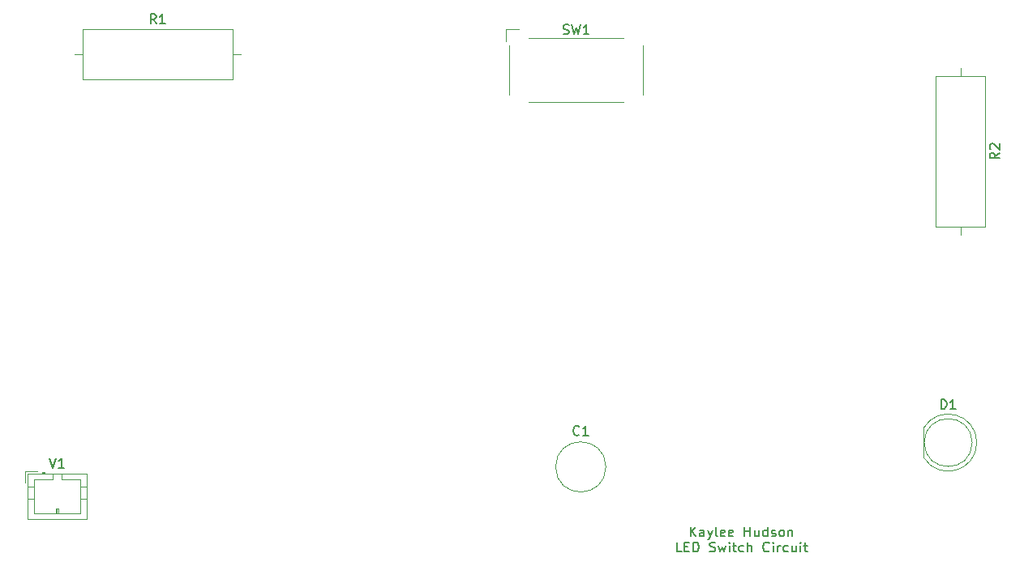
<source format=gbr>
%TF.GenerationSoftware,KiCad,Pcbnew,(6.0.10-0)*%
%TF.CreationDate,2023-02-17T09:12:44-08:00*%
%TF.ProjectId,exercise1_pcb,65786572-6369-4736-9531-5f7063622e6b,rev?*%
%TF.SameCoordinates,Original*%
%TF.FileFunction,Legend,Top*%
%TF.FilePolarity,Positive*%
%FSLAX46Y46*%
G04 Gerber Fmt 4.6, Leading zero omitted, Abs format (unit mm)*
G04 Created by KiCad (PCBNEW (6.0.10-0)) date 2023-02-17 09:12:44*
%MOMM*%
%LPD*%
G01*
G04 APERTURE LIST*
%ADD10C,0.150000*%
%ADD11C,0.120000*%
G04 APERTURE END LIST*
D10*
X159766666Y-93627380D02*
X159766666Y-92627380D01*
X160338095Y-93627380D02*
X159909523Y-93055952D01*
X160338095Y-92627380D02*
X159766666Y-93198809D01*
X161195238Y-93627380D02*
X161195238Y-93103571D01*
X161147619Y-93008333D01*
X161052380Y-92960714D01*
X160861904Y-92960714D01*
X160766666Y-93008333D01*
X161195238Y-93579761D02*
X161100000Y-93627380D01*
X160861904Y-93627380D01*
X160766666Y-93579761D01*
X160719047Y-93484523D01*
X160719047Y-93389285D01*
X160766666Y-93294047D01*
X160861904Y-93246428D01*
X161100000Y-93246428D01*
X161195238Y-93198809D01*
X161576190Y-92960714D02*
X161814285Y-93627380D01*
X162052380Y-92960714D02*
X161814285Y-93627380D01*
X161719047Y-93865476D01*
X161671428Y-93913095D01*
X161576190Y-93960714D01*
X162576190Y-93627380D02*
X162480952Y-93579761D01*
X162433333Y-93484523D01*
X162433333Y-92627380D01*
X163338095Y-93579761D02*
X163242857Y-93627380D01*
X163052380Y-93627380D01*
X162957142Y-93579761D01*
X162909523Y-93484523D01*
X162909523Y-93103571D01*
X162957142Y-93008333D01*
X163052380Y-92960714D01*
X163242857Y-92960714D01*
X163338095Y-93008333D01*
X163385714Y-93103571D01*
X163385714Y-93198809D01*
X162909523Y-93294047D01*
X164195238Y-93579761D02*
X164100000Y-93627380D01*
X163909523Y-93627380D01*
X163814285Y-93579761D01*
X163766666Y-93484523D01*
X163766666Y-93103571D01*
X163814285Y-93008333D01*
X163909523Y-92960714D01*
X164100000Y-92960714D01*
X164195238Y-93008333D01*
X164242857Y-93103571D01*
X164242857Y-93198809D01*
X163766666Y-93294047D01*
X165433333Y-93627380D02*
X165433333Y-92627380D01*
X165433333Y-93103571D02*
X166004761Y-93103571D01*
X166004761Y-93627380D02*
X166004761Y-92627380D01*
X166909523Y-92960714D02*
X166909523Y-93627380D01*
X166480952Y-92960714D02*
X166480952Y-93484523D01*
X166528571Y-93579761D01*
X166623809Y-93627380D01*
X166766666Y-93627380D01*
X166861904Y-93579761D01*
X166909523Y-93532142D01*
X167814285Y-93627380D02*
X167814285Y-92627380D01*
X167814285Y-93579761D02*
X167719047Y-93627380D01*
X167528571Y-93627380D01*
X167433333Y-93579761D01*
X167385714Y-93532142D01*
X167338095Y-93436904D01*
X167338095Y-93151190D01*
X167385714Y-93055952D01*
X167433333Y-93008333D01*
X167528571Y-92960714D01*
X167719047Y-92960714D01*
X167814285Y-93008333D01*
X168242857Y-93579761D02*
X168338095Y-93627380D01*
X168528571Y-93627380D01*
X168623809Y-93579761D01*
X168671428Y-93484523D01*
X168671428Y-93436904D01*
X168623809Y-93341666D01*
X168528571Y-93294047D01*
X168385714Y-93294047D01*
X168290476Y-93246428D01*
X168242857Y-93151190D01*
X168242857Y-93103571D01*
X168290476Y-93008333D01*
X168385714Y-92960714D01*
X168528571Y-92960714D01*
X168623809Y-93008333D01*
X169242857Y-93627380D02*
X169147619Y-93579761D01*
X169100000Y-93532142D01*
X169052380Y-93436904D01*
X169052380Y-93151190D01*
X169100000Y-93055952D01*
X169147619Y-93008333D01*
X169242857Y-92960714D01*
X169385714Y-92960714D01*
X169480952Y-93008333D01*
X169528571Y-93055952D01*
X169576190Y-93151190D01*
X169576190Y-93436904D01*
X169528571Y-93532142D01*
X169480952Y-93579761D01*
X169385714Y-93627380D01*
X169242857Y-93627380D01*
X170004761Y-92960714D02*
X170004761Y-93627380D01*
X170004761Y-93055952D02*
X170052380Y-93008333D01*
X170147619Y-92960714D01*
X170290476Y-92960714D01*
X170385714Y-93008333D01*
X170433333Y-93103571D01*
X170433333Y-93627380D01*
X158838095Y-95237380D02*
X158361904Y-95237380D01*
X158361904Y-94237380D01*
X159171428Y-94713571D02*
X159504761Y-94713571D01*
X159647619Y-95237380D02*
X159171428Y-95237380D01*
X159171428Y-94237380D01*
X159647619Y-94237380D01*
X160076190Y-95237380D02*
X160076190Y-94237380D01*
X160314285Y-94237380D01*
X160457142Y-94285000D01*
X160552380Y-94380238D01*
X160600000Y-94475476D01*
X160647619Y-94665952D01*
X160647619Y-94808809D01*
X160600000Y-94999285D01*
X160552380Y-95094523D01*
X160457142Y-95189761D01*
X160314285Y-95237380D01*
X160076190Y-95237380D01*
X161790476Y-95189761D02*
X161933333Y-95237380D01*
X162171428Y-95237380D01*
X162266666Y-95189761D01*
X162314285Y-95142142D01*
X162361904Y-95046904D01*
X162361904Y-94951666D01*
X162314285Y-94856428D01*
X162266666Y-94808809D01*
X162171428Y-94761190D01*
X161980952Y-94713571D01*
X161885714Y-94665952D01*
X161838095Y-94618333D01*
X161790476Y-94523095D01*
X161790476Y-94427857D01*
X161838095Y-94332619D01*
X161885714Y-94285000D01*
X161980952Y-94237380D01*
X162219047Y-94237380D01*
X162361904Y-94285000D01*
X162695238Y-94570714D02*
X162885714Y-95237380D01*
X163076190Y-94761190D01*
X163266666Y-95237380D01*
X163457142Y-94570714D01*
X163838095Y-95237380D02*
X163838095Y-94570714D01*
X163838095Y-94237380D02*
X163790476Y-94285000D01*
X163838095Y-94332619D01*
X163885714Y-94285000D01*
X163838095Y-94237380D01*
X163838095Y-94332619D01*
X164171428Y-94570714D02*
X164552380Y-94570714D01*
X164314285Y-94237380D02*
X164314285Y-95094523D01*
X164361904Y-95189761D01*
X164457142Y-95237380D01*
X164552380Y-95237380D01*
X165314285Y-95189761D02*
X165219047Y-95237380D01*
X165028571Y-95237380D01*
X164933333Y-95189761D01*
X164885714Y-95142142D01*
X164838095Y-95046904D01*
X164838095Y-94761190D01*
X164885714Y-94665952D01*
X164933333Y-94618333D01*
X165028571Y-94570714D01*
X165219047Y-94570714D01*
X165314285Y-94618333D01*
X165742857Y-95237380D02*
X165742857Y-94237380D01*
X166171428Y-95237380D02*
X166171428Y-94713571D01*
X166123809Y-94618333D01*
X166028571Y-94570714D01*
X165885714Y-94570714D01*
X165790476Y-94618333D01*
X165742857Y-94665952D01*
X167980952Y-95142142D02*
X167933333Y-95189761D01*
X167790476Y-95237380D01*
X167695238Y-95237380D01*
X167552380Y-95189761D01*
X167457142Y-95094523D01*
X167409523Y-94999285D01*
X167361904Y-94808809D01*
X167361904Y-94665952D01*
X167409523Y-94475476D01*
X167457142Y-94380238D01*
X167552380Y-94285000D01*
X167695238Y-94237380D01*
X167790476Y-94237380D01*
X167933333Y-94285000D01*
X167980952Y-94332619D01*
X168409523Y-95237380D02*
X168409523Y-94570714D01*
X168409523Y-94237380D02*
X168361904Y-94285000D01*
X168409523Y-94332619D01*
X168457142Y-94285000D01*
X168409523Y-94237380D01*
X168409523Y-94332619D01*
X168885714Y-95237380D02*
X168885714Y-94570714D01*
X168885714Y-94761190D02*
X168933333Y-94665952D01*
X168980952Y-94618333D01*
X169076190Y-94570714D01*
X169171428Y-94570714D01*
X169933333Y-95189761D02*
X169838095Y-95237380D01*
X169647619Y-95237380D01*
X169552380Y-95189761D01*
X169504761Y-95142142D01*
X169457142Y-95046904D01*
X169457142Y-94761190D01*
X169504761Y-94665952D01*
X169552380Y-94618333D01*
X169647619Y-94570714D01*
X169838095Y-94570714D01*
X169933333Y-94618333D01*
X170790476Y-94570714D02*
X170790476Y-95237380D01*
X170361904Y-94570714D02*
X170361904Y-95094523D01*
X170409523Y-95189761D01*
X170504761Y-95237380D01*
X170647619Y-95237380D01*
X170742857Y-95189761D01*
X170790476Y-95142142D01*
X171266666Y-95237380D02*
X171266666Y-94570714D01*
X171266666Y-94237380D02*
X171219047Y-94285000D01*
X171266666Y-94332619D01*
X171314285Y-94285000D01*
X171266666Y-94237380D01*
X171266666Y-94332619D01*
X171600000Y-94570714D02*
X171980952Y-94570714D01*
X171742857Y-94237380D02*
X171742857Y-95094523D01*
X171790476Y-95189761D01*
X171885714Y-95237380D01*
X171980952Y-95237380D01*
%TO.C,R2*%
X192032380Y-53506666D02*
X191556190Y-53840000D01*
X192032380Y-54078095D02*
X191032380Y-54078095D01*
X191032380Y-53697142D01*
X191080000Y-53601904D01*
X191127619Y-53554285D01*
X191222857Y-53506666D01*
X191365714Y-53506666D01*
X191460952Y-53554285D01*
X191508571Y-53601904D01*
X191556190Y-53697142D01*
X191556190Y-54078095D01*
X191127619Y-53125714D02*
X191080000Y-53078095D01*
X191032380Y-52982857D01*
X191032380Y-52744761D01*
X191080000Y-52649523D01*
X191127619Y-52601904D01*
X191222857Y-52554285D01*
X191318095Y-52554285D01*
X191460952Y-52601904D01*
X192032380Y-53173333D01*
X192032380Y-52554285D01*
%TO.C,SW1*%
X146496666Y-41074761D02*
X146639523Y-41122380D01*
X146877619Y-41122380D01*
X146972857Y-41074761D01*
X147020476Y-41027142D01*
X147068095Y-40931904D01*
X147068095Y-40836666D01*
X147020476Y-40741428D01*
X146972857Y-40693809D01*
X146877619Y-40646190D01*
X146687142Y-40598571D01*
X146591904Y-40550952D01*
X146544285Y-40503333D01*
X146496666Y-40408095D01*
X146496666Y-40312857D01*
X146544285Y-40217619D01*
X146591904Y-40170000D01*
X146687142Y-40122380D01*
X146925238Y-40122380D01*
X147068095Y-40170000D01*
X147401428Y-40122380D02*
X147639523Y-41122380D01*
X147830000Y-40408095D01*
X148020476Y-41122380D01*
X148258571Y-40122380D01*
X149163333Y-41122380D02*
X148591904Y-41122380D01*
X148877619Y-41122380D02*
X148877619Y-40122380D01*
X148782380Y-40265238D01*
X148687142Y-40360476D01*
X148591904Y-40408095D01*
%TO.C,D1*%
X185951904Y-80312380D02*
X185951904Y-79312380D01*
X186190000Y-79312380D01*
X186332857Y-79360000D01*
X186428095Y-79455238D01*
X186475714Y-79550476D01*
X186523333Y-79740952D01*
X186523333Y-79883809D01*
X186475714Y-80074285D01*
X186428095Y-80169523D01*
X186332857Y-80264761D01*
X186190000Y-80312380D01*
X185951904Y-80312380D01*
X187475714Y-80312380D02*
X186904285Y-80312380D01*
X187190000Y-80312380D02*
X187190000Y-79312380D01*
X187094761Y-79455238D01*
X186999523Y-79550476D01*
X186904285Y-79598095D01*
%TO.C,R1*%
X103973333Y-40012380D02*
X103640000Y-39536190D01*
X103401904Y-40012380D02*
X103401904Y-39012380D01*
X103782857Y-39012380D01*
X103878095Y-39060000D01*
X103925714Y-39107619D01*
X103973333Y-39202857D01*
X103973333Y-39345714D01*
X103925714Y-39440952D01*
X103878095Y-39488571D01*
X103782857Y-39536190D01*
X103401904Y-39536190D01*
X104925714Y-40012380D02*
X104354285Y-40012380D01*
X104640000Y-40012380D02*
X104640000Y-39012380D01*
X104544761Y-39155238D01*
X104449523Y-39250476D01*
X104354285Y-39298095D01*
%TO.C,V1*%
X92830476Y-85452380D02*
X93163809Y-86452380D01*
X93497142Y-85452380D01*
X94354285Y-86452380D02*
X93782857Y-86452380D01*
X94068571Y-86452380D02*
X94068571Y-85452380D01*
X93973333Y-85595238D01*
X93878095Y-85690476D01*
X93782857Y-85738095D01*
%TO.C,C1*%
X148153333Y-82967142D02*
X148105714Y-83014761D01*
X147962857Y-83062380D01*
X147867619Y-83062380D01*
X147724761Y-83014761D01*
X147629523Y-82919523D01*
X147581904Y-82824285D01*
X147534285Y-82633809D01*
X147534285Y-82490952D01*
X147581904Y-82300476D01*
X147629523Y-82205238D01*
X147724761Y-82110000D01*
X147867619Y-82062380D01*
X147962857Y-82062380D01*
X148105714Y-82110000D01*
X148153333Y-82157619D01*
X149105714Y-83062380D02*
X148534285Y-83062380D01*
X148820000Y-83062380D02*
X148820000Y-82062380D01*
X148724761Y-82205238D01*
X148629523Y-82300476D01*
X148534285Y-82348095D01*
D11*
%TO.C,R2*%
X187960000Y-62060000D02*
X187960000Y-61210000D01*
X185340000Y-61210000D02*
X190580000Y-61210000D01*
X190580000Y-45470000D02*
X185340000Y-45470000D01*
X190580000Y-61210000D02*
X190580000Y-45470000D01*
X187960000Y-44620000D02*
X187960000Y-45470000D01*
X185340000Y-45470000D02*
X185340000Y-61210000D01*
%TO.C,SW1*%
X140530000Y-40570000D02*
X141830000Y-40570000D01*
X142880000Y-41520000D02*
X152780000Y-41520000D01*
X140530000Y-41870000D02*
X140530000Y-40570000D01*
X154830000Y-42270000D02*
X154830000Y-47470000D01*
X140830000Y-47470000D02*
X140830000Y-42270000D01*
X152780000Y-48220000D02*
X142880000Y-48220000D01*
%TO.C,D1*%
X184130000Y-82275000D02*
X184130000Y-85365000D01*
X189680000Y-83820462D02*
G75*
G03*
X184130000Y-82275170I-2990000J462D01*
G01*
X184130000Y-85364830D02*
G75*
G03*
X189680000Y-83819538I2560000J1544830D01*
G01*
X189190000Y-83820000D02*
G75*
G03*
X189190000Y-83820000I-2500000J0D01*
G01*
%TO.C,R1*%
X112860000Y-43180000D02*
X112010000Y-43180000D01*
X95420000Y-43180000D02*
X96270000Y-43180000D01*
X112010000Y-40560000D02*
X96270000Y-40560000D01*
X96270000Y-45800000D02*
X112010000Y-45800000D01*
X96270000Y-40560000D02*
X96270000Y-45800000D01*
X112010000Y-45800000D02*
X112010000Y-40560000D01*
%TO.C,V1*%
X96090000Y-91200000D02*
X96090000Y-87700000D01*
X90580000Y-88400000D02*
X91190000Y-88400000D01*
X90580000Y-91810000D02*
X96700000Y-91810000D01*
X92040000Y-86890000D02*
X92040000Y-87090000D01*
X93140000Y-87700000D02*
X91190000Y-87700000D01*
X96700000Y-89700000D02*
X96090000Y-89700000D01*
X90580000Y-89700000D02*
X91190000Y-89700000D01*
X96700000Y-88400000D02*
X96090000Y-88400000D01*
X93540000Y-91200000D02*
X93540000Y-90700000D01*
X92340000Y-86890000D02*
X92040000Y-86890000D01*
X96090000Y-87700000D02*
X94140000Y-87700000D01*
X90280000Y-86790000D02*
X90280000Y-88040000D01*
X93740000Y-90700000D02*
X93740000Y-91200000D01*
X92340000Y-86990000D02*
X92040000Y-86990000D01*
X93640000Y-91200000D02*
X93640000Y-90700000D01*
X93140000Y-87090000D02*
X93140000Y-87700000D01*
X92340000Y-87090000D02*
X92340000Y-86890000D01*
X93540000Y-90700000D02*
X93740000Y-90700000D01*
X94140000Y-87700000D02*
X94140000Y-87090000D01*
X96700000Y-87090000D02*
X90580000Y-87090000D01*
X90580000Y-87090000D02*
X90580000Y-91810000D01*
X91530000Y-86790000D02*
X90280000Y-86790000D01*
X96700000Y-91810000D02*
X96700000Y-87090000D01*
X91190000Y-87700000D02*
X91190000Y-91200000D01*
X91190000Y-91200000D02*
X96090000Y-91200000D01*
%TO.C,C1*%
X150940000Y-86360000D02*
G75*
G03*
X150940000Y-86360000I-2620000J0D01*
G01*
%TD*%
M02*

</source>
